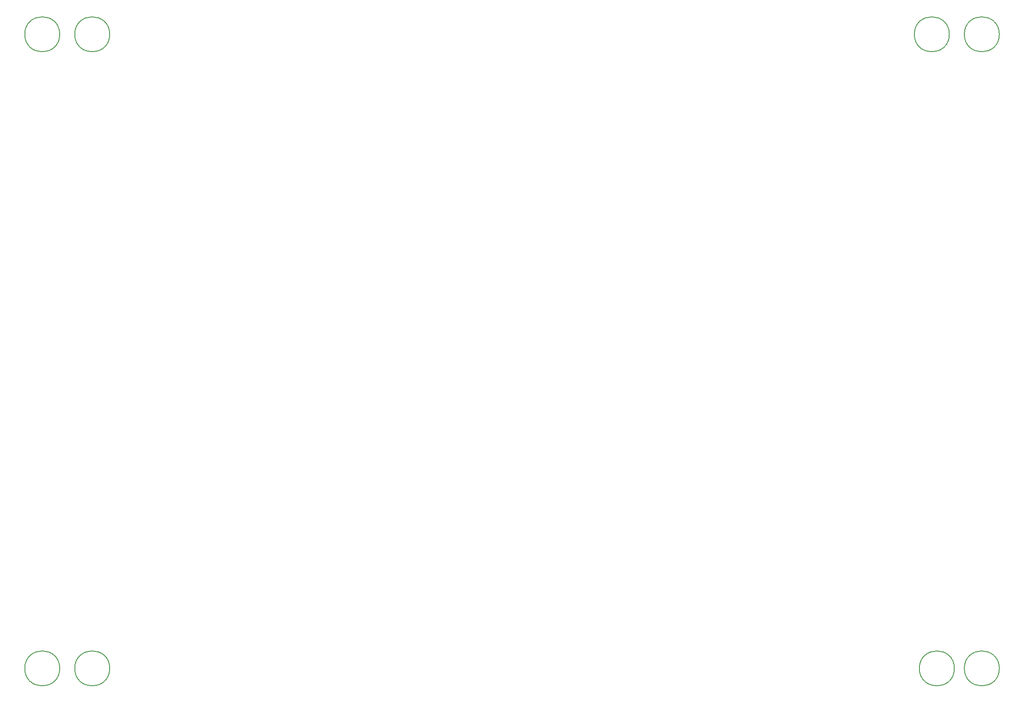
<source format=gbr>
%TF.GenerationSoftware,KiCad,Pcbnew,(5.1.10)-1*%
%TF.CreationDate,2021-10-27T19:24:49+02:00*%
%TF.ProjectId,Program Counter,50726f67-7261-46d2-9043-6f756e746572,rev1.0*%
%TF.SameCoordinates,Original*%
%TF.FileFunction,Other,Comment*%
%FSLAX46Y46*%
G04 Gerber Fmt 4.6, Leading zero omitted, Abs format (unit mm)*
G04 Created by KiCad (PCBNEW (5.1.10)-1) date 2021-10-27 19:24:49*
%MOMM*%
%LPD*%
G01*
G04 APERTURE LIST*
%ADD10C,0.150000*%
G04 APERTURE END LIST*
D10*
%TO.C,H8*%
X59500000Y-152000000D02*
G75*
G03*
X59500000Y-152000000I-3500000J0D01*
G01*
%TO.C,H7*%
X227500000Y-25000000D02*
G75*
G03*
X227500000Y-25000000I-3500000J0D01*
G01*
%TO.C,H6*%
X59500000Y-25000000D02*
G75*
G03*
X59500000Y-25000000I-3500000J0D01*
G01*
%TO.C,H5*%
X228500000Y-152000000D02*
G75*
G03*
X228500000Y-152000000I-3500000J0D01*
G01*
%TO.C,H4*%
X237500000Y-25000000D02*
G75*
G03*
X237500000Y-25000000I-3500000J0D01*
G01*
%TO.C,H3*%
X237500000Y-152000000D02*
G75*
G03*
X237500000Y-152000000I-3500000J0D01*
G01*
%TO.C,H2*%
X49500000Y-152000000D02*
G75*
G03*
X49500000Y-152000000I-3500000J0D01*
G01*
%TO.C,H1*%
X49500000Y-25000000D02*
G75*
G03*
X49500000Y-25000000I-3500000J0D01*
G01*
%TD*%
M02*

</source>
